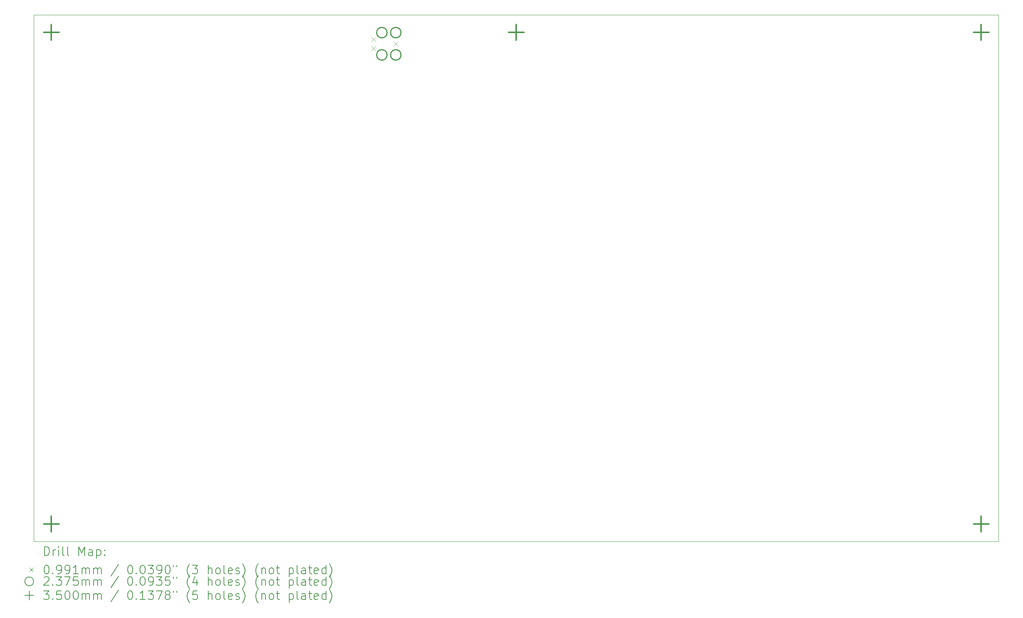
<source format=gbr>
%TF.GenerationSoftware,KiCad,Pcbnew,7.0.1*%
%TF.CreationDate,2023-08-12T11:58:12+02:00*%
%TF.ProjectId,HotPlate,486f7450-6c61-4746-952e-6b696361645f,rev?*%
%TF.SameCoordinates,PX2160ec0PY93d1cc0*%
%TF.FileFunction,Drillmap*%
%TF.FilePolarity,Positive*%
%FSLAX45Y45*%
G04 Gerber Fmt 4.5, Leading zero omitted, Abs format (unit mm)*
G04 Created by KiCad (PCBNEW 7.0.1) date 2023-08-12 11:58:12*
%MOMM*%
%LPD*%
G01*
G04 APERTURE LIST*
%ADD10C,0.100000*%
%ADD11C,0.200000*%
%ADD12C,0.099060*%
%ADD13C,0.237490*%
%ADD14C,0.350000*%
G04 APERTURE END LIST*
D10*
X0Y12000000D02*
X22000000Y12000000D01*
X22000000Y0D01*
X0Y0D01*
X0Y12000000D01*
D11*
D12*
X7696470Y11491130D02*
X7795530Y11392070D01*
X7795530Y11491130D02*
X7696470Y11392070D01*
X7696470Y11287930D02*
X7795530Y11188870D01*
X7795530Y11287930D02*
X7696470Y11188870D01*
X8204470Y11389530D02*
X8303530Y11290470D01*
X8303530Y11389530D02*
X8204470Y11290470D01*
D13*
X8055245Y11594000D02*
G75*
G03*
X8055245Y11594000I-118745J0D01*
G01*
X8055245Y11086000D02*
G75*
G03*
X8055245Y11086000I-118745J0D01*
G01*
X8372745Y11594000D02*
G75*
G03*
X8372745Y11594000I-118745J0D01*
G01*
X8372745Y11086000D02*
G75*
G03*
X8372745Y11086000I-118745J0D01*
G01*
D14*
X400000Y11775000D02*
X400000Y11425000D01*
X225000Y11600000D02*
X575000Y11600000D01*
X400000Y575000D02*
X400000Y225000D01*
X225000Y400000D02*
X575000Y400000D01*
X11000000Y11775000D02*
X11000000Y11425000D01*
X10825000Y11600000D02*
X11175000Y11600000D01*
X21600000Y11775000D02*
X21600000Y11425000D01*
X21425000Y11600000D02*
X21775000Y11600000D01*
X21600000Y575000D02*
X21600000Y225000D01*
X21425000Y400000D02*
X21775000Y400000D01*
D11*
X242619Y-317524D02*
X242619Y-117524D01*
X242619Y-117524D02*
X290238Y-117524D01*
X290238Y-117524D02*
X318810Y-127048D01*
X318810Y-127048D02*
X337857Y-146095D01*
X337857Y-146095D02*
X347381Y-165143D01*
X347381Y-165143D02*
X356905Y-203238D01*
X356905Y-203238D02*
X356905Y-231809D01*
X356905Y-231809D02*
X347381Y-269905D01*
X347381Y-269905D02*
X337857Y-288952D01*
X337857Y-288952D02*
X318810Y-308000D01*
X318810Y-308000D02*
X290238Y-317524D01*
X290238Y-317524D02*
X242619Y-317524D01*
X442619Y-317524D02*
X442619Y-184190D01*
X442619Y-222286D02*
X452143Y-203238D01*
X452143Y-203238D02*
X461667Y-193714D01*
X461667Y-193714D02*
X480714Y-184190D01*
X480714Y-184190D02*
X499762Y-184190D01*
X566429Y-317524D02*
X566429Y-184190D01*
X566429Y-117524D02*
X556905Y-127048D01*
X556905Y-127048D02*
X566429Y-136571D01*
X566429Y-136571D02*
X575952Y-127048D01*
X575952Y-127048D02*
X566429Y-117524D01*
X566429Y-117524D02*
X566429Y-136571D01*
X690238Y-317524D02*
X671190Y-308000D01*
X671190Y-308000D02*
X661667Y-288952D01*
X661667Y-288952D02*
X661667Y-117524D01*
X795000Y-317524D02*
X775952Y-308000D01*
X775952Y-308000D02*
X766428Y-288952D01*
X766428Y-288952D02*
X766428Y-117524D01*
X1023571Y-317524D02*
X1023571Y-117524D01*
X1023571Y-117524D02*
X1090238Y-260381D01*
X1090238Y-260381D02*
X1156905Y-117524D01*
X1156905Y-117524D02*
X1156905Y-317524D01*
X1337857Y-317524D02*
X1337857Y-212762D01*
X1337857Y-212762D02*
X1328333Y-193714D01*
X1328333Y-193714D02*
X1309286Y-184190D01*
X1309286Y-184190D02*
X1271190Y-184190D01*
X1271190Y-184190D02*
X1252143Y-193714D01*
X1337857Y-308000D02*
X1318810Y-317524D01*
X1318810Y-317524D02*
X1271190Y-317524D01*
X1271190Y-317524D02*
X1252143Y-308000D01*
X1252143Y-308000D02*
X1242619Y-288952D01*
X1242619Y-288952D02*
X1242619Y-269905D01*
X1242619Y-269905D02*
X1252143Y-250857D01*
X1252143Y-250857D02*
X1271190Y-241333D01*
X1271190Y-241333D02*
X1318810Y-241333D01*
X1318810Y-241333D02*
X1337857Y-231809D01*
X1433095Y-184190D02*
X1433095Y-384190D01*
X1433095Y-193714D02*
X1452143Y-184190D01*
X1452143Y-184190D02*
X1490238Y-184190D01*
X1490238Y-184190D02*
X1509286Y-193714D01*
X1509286Y-193714D02*
X1518809Y-203238D01*
X1518809Y-203238D02*
X1528333Y-222286D01*
X1528333Y-222286D02*
X1528333Y-279429D01*
X1528333Y-279429D02*
X1518809Y-298476D01*
X1518809Y-298476D02*
X1509286Y-308000D01*
X1509286Y-308000D02*
X1490238Y-317524D01*
X1490238Y-317524D02*
X1452143Y-317524D01*
X1452143Y-317524D02*
X1433095Y-308000D01*
X1614048Y-298476D02*
X1623571Y-308000D01*
X1623571Y-308000D02*
X1614048Y-317524D01*
X1614048Y-317524D02*
X1604524Y-308000D01*
X1604524Y-308000D02*
X1614048Y-298476D01*
X1614048Y-298476D02*
X1614048Y-317524D01*
X1614048Y-193714D02*
X1623571Y-203238D01*
X1623571Y-203238D02*
X1614048Y-212762D01*
X1614048Y-212762D02*
X1604524Y-203238D01*
X1604524Y-203238D02*
X1614048Y-193714D01*
X1614048Y-193714D02*
X1614048Y-212762D01*
D12*
X-104060Y-595470D02*
X-5000Y-694530D01*
X-5000Y-595470D02*
X-104060Y-694530D01*
D11*
X280714Y-537524D02*
X299762Y-537524D01*
X299762Y-537524D02*
X318810Y-547048D01*
X318810Y-547048D02*
X328333Y-556571D01*
X328333Y-556571D02*
X337857Y-575619D01*
X337857Y-575619D02*
X347381Y-613714D01*
X347381Y-613714D02*
X347381Y-661333D01*
X347381Y-661333D02*
X337857Y-699428D01*
X337857Y-699428D02*
X328333Y-718476D01*
X328333Y-718476D02*
X318810Y-728000D01*
X318810Y-728000D02*
X299762Y-737524D01*
X299762Y-737524D02*
X280714Y-737524D01*
X280714Y-737524D02*
X261667Y-728000D01*
X261667Y-728000D02*
X252143Y-718476D01*
X252143Y-718476D02*
X242619Y-699428D01*
X242619Y-699428D02*
X233095Y-661333D01*
X233095Y-661333D02*
X233095Y-613714D01*
X233095Y-613714D02*
X242619Y-575619D01*
X242619Y-575619D02*
X252143Y-556571D01*
X252143Y-556571D02*
X261667Y-547048D01*
X261667Y-547048D02*
X280714Y-537524D01*
X433095Y-718476D02*
X442619Y-728000D01*
X442619Y-728000D02*
X433095Y-737524D01*
X433095Y-737524D02*
X423571Y-728000D01*
X423571Y-728000D02*
X433095Y-718476D01*
X433095Y-718476D02*
X433095Y-737524D01*
X537857Y-737524D02*
X575952Y-737524D01*
X575952Y-737524D02*
X595000Y-728000D01*
X595000Y-728000D02*
X604524Y-718476D01*
X604524Y-718476D02*
X623571Y-689905D01*
X623571Y-689905D02*
X633095Y-651810D01*
X633095Y-651810D02*
X633095Y-575619D01*
X633095Y-575619D02*
X623571Y-556571D01*
X623571Y-556571D02*
X614048Y-547048D01*
X614048Y-547048D02*
X595000Y-537524D01*
X595000Y-537524D02*
X556905Y-537524D01*
X556905Y-537524D02*
X537857Y-547048D01*
X537857Y-547048D02*
X528333Y-556571D01*
X528333Y-556571D02*
X518809Y-575619D01*
X518809Y-575619D02*
X518809Y-623238D01*
X518809Y-623238D02*
X528333Y-642286D01*
X528333Y-642286D02*
X537857Y-651810D01*
X537857Y-651810D02*
X556905Y-661333D01*
X556905Y-661333D02*
X595000Y-661333D01*
X595000Y-661333D02*
X614048Y-651810D01*
X614048Y-651810D02*
X623571Y-642286D01*
X623571Y-642286D02*
X633095Y-623238D01*
X728333Y-737524D02*
X766428Y-737524D01*
X766428Y-737524D02*
X785476Y-728000D01*
X785476Y-728000D02*
X795000Y-718476D01*
X795000Y-718476D02*
X814048Y-689905D01*
X814048Y-689905D02*
X823571Y-651810D01*
X823571Y-651810D02*
X823571Y-575619D01*
X823571Y-575619D02*
X814048Y-556571D01*
X814048Y-556571D02*
X804524Y-547048D01*
X804524Y-547048D02*
X785476Y-537524D01*
X785476Y-537524D02*
X747381Y-537524D01*
X747381Y-537524D02*
X728333Y-547048D01*
X728333Y-547048D02*
X718809Y-556571D01*
X718809Y-556571D02*
X709286Y-575619D01*
X709286Y-575619D02*
X709286Y-623238D01*
X709286Y-623238D02*
X718809Y-642286D01*
X718809Y-642286D02*
X728333Y-651810D01*
X728333Y-651810D02*
X747381Y-661333D01*
X747381Y-661333D02*
X785476Y-661333D01*
X785476Y-661333D02*
X804524Y-651810D01*
X804524Y-651810D02*
X814048Y-642286D01*
X814048Y-642286D02*
X823571Y-623238D01*
X1014048Y-737524D02*
X899762Y-737524D01*
X956905Y-737524D02*
X956905Y-537524D01*
X956905Y-537524D02*
X937857Y-566095D01*
X937857Y-566095D02*
X918809Y-585143D01*
X918809Y-585143D02*
X899762Y-594667D01*
X1099762Y-737524D02*
X1099762Y-604190D01*
X1099762Y-623238D02*
X1109286Y-613714D01*
X1109286Y-613714D02*
X1128333Y-604190D01*
X1128333Y-604190D02*
X1156905Y-604190D01*
X1156905Y-604190D02*
X1175952Y-613714D01*
X1175952Y-613714D02*
X1185476Y-632762D01*
X1185476Y-632762D02*
X1185476Y-737524D01*
X1185476Y-632762D02*
X1195000Y-613714D01*
X1195000Y-613714D02*
X1214048Y-604190D01*
X1214048Y-604190D02*
X1242619Y-604190D01*
X1242619Y-604190D02*
X1261667Y-613714D01*
X1261667Y-613714D02*
X1271191Y-632762D01*
X1271191Y-632762D02*
X1271191Y-737524D01*
X1366429Y-737524D02*
X1366429Y-604190D01*
X1366429Y-623238D02*
X1375952Y-613714D01*
X1375952Y-613714D02*
X1395000Y-604190D01*
X1395000Y-604190D02*
X1423571Y-604190D01*
X1423571Y-604190D02*
X1442619Y-613714D01*
X1442619Y-613714D02*
X1452143Y-632762D01*
X1452143Y-632762D02*
X1452143Y-737524D01*
X1452143Y-632762D02*
X1461667Y-613714D01*
X1461667Y-613714D02*
X1480714Y-604190D01*
X1480714Y-604190D02*
X1509286Y-604190D01*
X1509286Y-604190D02*
X1528333Y-613714D01*
X1528333Y-613714D02*
X1537857Y-632762D01*
X1537857Y-632762D02*
X1537857Y-737524D01*
X1928333Y-528000D02*
X1756905Y-785143D01*
X2185476Y-537524D02*
X2204524Y-537524D01*
X2204524Y-537524D02*
X2223572Y-547048D01*
X2223572Y-547048D02*
X2233095Y-556571D01*
X2233095Y-556571D02*
X2242619Y-575619D01*
X2242619Y-575619D02*
X2252143Y-613714D01*
X2252143Y-613714D02*
X2252143Y-661333D01*
X2252143Y-661333D02*
X2242619Y-699428D01*
X2242619Y-699428D02*
X2233095Y-718476D01*
X2233095Y-718476D02*
X2223572Y-728000D01*
X2223572Y-728000D02*
X2204524Y-737524D01*
X2204524Y-737524D02*
X2185476Y-737524D01*
X2185476Y-737524D02*
X2166429Y-728000D01*
X2166429Y-728000D02*
X2156905Y-718476D01*
X2156905Y-718476D02*
X2147381Y-699428D01*
X2147381Y-699428D02*
X2137857Y-661333D01*
X2137857Y-661333D02*
X2137857Y-613714D01*
X2137857Y-613714D02*
X2147381Y-575619D01*
X2147381Y-575619D02*
X2156905Y-556571D01*
X2156905Y-556571D02*
X2166429Y-547048D01*
X2166429Y-547048D02*
X2185476Y-537524D01*
X2337857Y-718476D02*
X2347381Y-728000D01*
X2347381Y-728000D02*
X2337857Y-737524D01*
X2337857Y-737524D02*
X2328334Y-728000D01*
X2328334Y-728000D02*
X2337857Y-718476D01*
X2337857Y-718476D02*
X2337857Y-737524D01*
X2471191Y-537524D02*
X2490238Y-537524D01*
X2490238Y-537524D02*
X2509286Y-547048D01*
X2509286Y-547048D02*
X2518810Y-556571D01*
X2518810Y-556571D02*
X2528334Y-575619D01*
X2528334Y-575619D02*
X2537857Y-613714D01*
X2537857Y-613714D02*
X2537857Y-661333D01*
X2537857Y-661333D02*
X2528334Y-699428D01*
X2528334Y-699428D02*
X2518810Y-718476D01*
X2518810Y-718476D02*
X2509286Y-728000D01*
X2509286Y-728000D02*
X2490238Y-737524D01*
X2490238Y-737524D02*
X2471191Y-737524D01*
X2471191Y-737524D02*
X2452143Y-728000D01*
X2452143Y-728000D02*
X2442619Y-718476D01*
X2442619Y-718476D02*
X2433095Y-699428D01*
X2433095Y-699428D02*
X2423572Y-661333D01*
X2423572Y-661333D02*
X2423572Y-613714D01*
X2423572Y-613714D02*
X2433095Y-575619D01*
X2433095Y-575619D02*
X2442619Y-556571D01*
X2442619Y-556571D02*
X2452143Y-547048D01*
X2452143Y-547048D02*
X2471191Y-537524D01*
X2604524Y-537524D02*
X2728334Y-537524D01*
X2728334Y-537524D02*
X2661667Y-613714D01*
X2661667Y-613714D02*
X2690238Y-613714D01*
X2690238Y-613714D02*
X2709286Y-623238D01*
X2709286Y-623238D02*
X2718810Y-632762D01*
X2718810Y-632762D02*
X2728334Y-651810D01*
X2728334Y-651810D02*
X2728334Y-699428D01*
X2728334Y-699428D02*
X2718810Y-718476D01*
X2718810Y-718476D02*
X2709286Y-728000D01*
X2709286Y-728000D02*
X2690238Y-737524D01*
X2690238Y-737524D02*
X2633095Y-737524D01*
X2633095Y-737524D02*
X2614048Y-728000D01*
X2614048Y-728000D02*
X2604524Y-718476D01*
X2823572Y-737524D02*
X2861667Y-737524D01*
X2861667Y-737524D02*
X2880714Y-728000D01*
X2880714Y-728000D02*
X2890238Y-718476D01*
X2890238Y-718476D02*
X2909286Y-689905D01*
X2909286Y-689905D02*
X2918810Y-651810D01*
X2918810Y-651810D02*
X2918810Y-575619D01*
X2918810Y-575619D02*
X2909286Y-556571D01*
X2909286Y-556571D02*
X2899762Y-547048D01*
X2899762Y-547048D02*
X2880714Y-537524D01*
X2880714Y-537524D02*
X2842619Y-537524D01*
X2842619Y-537524D02*
X2823572Y-547048D01*
X2823572Y-547048D02*
X2814048Y-556571D01*
X2814048Y-556571D02*
X2804524Y-575619D01*
X2804524Y-575619D02*
X2804524Y-623238D01*
X2804524Y-623238D02*
X2814048Y-642286D01*
X2814048Y-642286D02*
X2823572Y-651810D01*
X2823572Y-651810D02*
X2842619Y-661333D01*
X2842619Y-661333D02*
X2880714Y-661333D01*
X2880714Y-661333D02*
X2899762Y-651810D01*
X2899762Y-651810D02*
X2909286Y-642286D01*
X2909286Y-642286D02*
X2918810Y-623238D01*
X3042619Y-537524D02*
X3061667Y-537524D01*
X3061667Y-537524D02*
X3080714Y-547048D01*
X3080714Y-547048D02*
X3090238Y-556571D01*
X3090238Y-556571D02*
X3099762Y-575619D01*
X3099762Y-575619D02*
X3109286Y-613714D01*
X3109286Y-613714D02*
X3109286Y-661333D01*
X3109286Y-661333D02*
X3099762Y-699428D01*
X3099762Y-699428D02*
X3090238Y-718476D01*
X3090238Y-718476D02*
X3080714Y-728000D01*
X3080714Y-728000D02*
X3061667Y-737524D01*
X3061667Y-737524D02*
X3042619Y-737524D01*
X3042619Y-737524D02*
X3023572Y-728000D01*
X3023572Y-728000D02*
X3014048Y-718476D01*
X3014048Y-718476D02*
X3004524Y-699428D01*
X3004524Y-699428D02*
X2995000Y-661333D01*
X2995000Y-661333D02*
X2995000Y-613714D01*
X2995000Y-613714D02*
X3004524Y-575619D01*
X3004524Y-575619D02*
X3014048Y-556571D01*
X3014048Y-556571D02*
X3023572Y-547048D01*
X3023572Y-547048D02*
X3042619Y-537524D01*
X3185476Y-537524D02*
X3185476Y-575619D01*
X3261667Y-537524D02*
X3261667Y-575619D01*
X3556905Y-813714D02*
X3547381Y-804190D01*
X3547381Y-804190D02*
X3528334Y-775619D01*
X3528334Y-775619D02*
X3518810Y-756571D01*
X3518810Y-756571D02*
X3509286Y-728000D01*
X3509286Y-728000D02*
X3499762Y-680381D01*
X3499762Y-680381D02*
X3499762Y-642286D01*
X3499762Y-642286D02*
X3509286Y-594667D01*
X3509286Y-594667D02*
X3518810Y-566095D01*
X3518810Y-566095D02*
X3528334Y-547048D01*
X3528334Y-547048D02*
X3547381Y-518476D01*
X3547381Y-518476D02*
X3556905Y-508952D01*
X3614048Y-537524D02*
X3737857Y-537524D01*
X3737857Y-537524D02*
X3671191Y-613714D01*
X3671191Y-613714D02*
X3699762Y-613714D01*
X3699762Y-613714D02*
X3718810Y-623238D01*
X3718810Y-623238D02*
X3728334Y-632762D01*
X3728334Y-632762D02*
X3737857Y-651810D01*
X3737857Y-651810D02*
X3737857Y-699428D01*
X3737857Y-699428D02*
X3728334Y-718476D01*
X3728334Y-718476D02*
X3718810Y-728000D01*
X3718810Y-728000D02*
X3699762Y-737524D01*
X3699762Y-737524D02*
X3642619Y-737524D01*
X3642619Y-737524D02*
X3623572Y-728000D01*
X3623572Y-728000D02*
X3614048Y-718476D01*
X3975953Y-737524D02*
X3975953Y-537524D01*
X4061667Y-737524D02*
X4061667Y-632762D01*
X4061667Y-632762D02*
X4052143Y-613714D01*
X4052143Y-613714D02*
X4033096Y-604190D01*
X4033096Y-604190D02*
X4004524Y-604190D01*
X4004524Y-604190D02*
X3985476Y-613714D01*
X3985476Y-613714D02*
X3975953Y-623238D01*
X4185476Y-737524D02*
X4166429Y-728000D01*
X4166429Y-728000D02*
X4156905Y-718476D01*
X4156905Y-718476D02*
X4147381Y-699428D01*
X4147381Y-699428D02*
X4147381Y-642286D01*
X4147381Y-642286D02*
X4156905Y-623238D01*
X4156905Y-623238D02*
X4166429Y-613714D01*
X4166429Y-613714D02*
X4185476Y-604190D01*
X4185476Y-604190D02*
X4214048Y-604190D01*
X4214048Y-604190D02*
X4233096Y-613714D01*
X4233096Y-613714D02*
X4242619Y-623238D01*
X4242619Y-623238D02*
X4252143Y-642286D01*
X4252143Y-642286D02*
X4252143Y-699428D01*
X4252143Y-699428D02*
X4242619Y-718476D01*
X4242619Y-718476D02*
X4233096Y-728000D01*
X4233096Y-728000D02*
X4214048Y-737524D01*
X4214048Y-737524D02*
X4185476Y-737524D01*
X4366429Y-737524D02*
X4347381Y-728000D01*
X4347381Y-728000D02*
X4337858Y-708952D01*
X4337858Y-708952D02*
X4337858Y-537524D01*
X4518810Y-728000D02*
X4499762Y-737524D01*
X4499762Y-737524D02*
X4461667Y-737524D01*
X4461667Y-737524D02*
X4442619Y-728000D01*
X4442619Y-728000D02*
X4433096Y-708952D01*
X4433096Y-708952D02*
X4433096Y-632762D01*
X4433096Y-632762D02*
X4442619Y-613714D01*
X4442619Y-613714D02*
X4461667Y-604190D01*
X4461667Y-604190D02*
X4499762Y-604190D01*
X4499762Y-604190D02*
X4518810Y-613714D01*
X4518810Y-613714D02*
X4528334Y-632762D01*
X4528334Y-632762D02*
X4528334Y-651810D01*
X4528334Y-651810D02*
X4433096Y-670857D01*
X4604524Y-728000D02*
X4623572Y-737524D01*
X4623572Y-737524D02*
X4661667Y-737524D01*
X4661667Y-737524D02*
X4680715Y-728000D01*
X4680715Y-728000D02*
X4690239Y-708952D01*
X4690239Y-708952D02*
X4690239Y-699428D01*
X4690239Y-699428D02*
X4680715Y-680381D01*
X4680715Y-680381D02*
X4661667Y-670857D01*
X4661667Y-670857D02*
X4633096Y-670857D01*
X4633096Y-670857D02*
X4614048Y-661333D01*
X4614048Y-661333D02*
X4604524Y-642286D01*
X4604524Y-642286D02*
X4604524Y-632762D01*
X4604524Y-632762D02*
X4614048Y-613714D01*
X4614048Y-613714D02*
X4633096Y-604190D01*
X4633096Y-604190D02*
X4661667Y-604190D01*
X4661667Y-604190D02*
X4680715Y-613714D01*
X4756905Y-813714D02*
X4766429Y-804190D01*
X4766429Y-804190D02*
X4785477Y-775619D01*
X4785477Y-775619D02*
X4795000Y-756571D01*
X4795000Y-756571D02*
X4804524Y-728000D01*
X4804524Y-728000D02*
X4814048Y-680381D01*
X4814048Y-680381D02*
X4814048Y-642286D01*
X4814048Y-642286D02*
X4804524Y-594667D01*
X4804524Y-594667D02*
X4795000Y-566095D01*
X4795000Y-566095D02*
X4785477Y-547048D01*
X4785477Y-547048D02*
X4766429Y-518476D01*
X4766429Y-518476D02*
X4756905Y-508952D01*
X5118810Y-813714D02*
X5109286Y-804190D01*
X5109286Y-804190D02*
X5090239Y-775619D01*
X5090239Y-775619D02*
X5080715Y-756571D01*
X5080715Y-756571D02*
X5071191Y-728000D01*
X5071191Y-728000D02*
X5061667Y-680381D01*
X5061667Y-680381D02*
X5061667Y-642286D01*
X5061667Y-642286D02*
X5071191Y-594667D01*
X5071191Y-594667D02*
X5080715Y-566095D01*
X5080715Y-566095D02*
X5090239Y-547048D01*
X5090239Y-547048D02*
X5109286Y-518476D01*
X5109286Y-518476D02*
X5118810Y-508952D01*
X5195000Y-604190D02*
X5195000Y-737524D01*
X5195000Y-623238D02*
X5204524Y-613714D01*
X5204524Y-613714D02*
X5223572Y-604190D01*
X5223572Y-604190D02*
X5252143Y-604190D01*
X5252143Y-604190D02*
X5271191Y-613714D01*
X5271191Y-613714D02*
X5280715Y-632762D01*
X5280715Y-632762D02*
X5280715Y-737524D01*
X5404524Y-737524D02*
X5385477Y-728000D01*
X5385477Y-728000D02*
X5375953Y-718476D01*
X5375953Y-718476D02*
X5366429Y-699428D01*
X5366429Y-699428D02*
X5366429Y-642286D01*
X5366429Y-642286D02*
X5375953Y-623238D01*
X5375953Y-623238D02*
X5385477Y-613714D01*
X5385477Y-613714D02*
X5404524Y-604190D01*
X5404524Y-604190D02*
X5433096Y-604190D01*
X5433096Y-604190D02*
X5452143Y-613714D01*
X5452143Y-613714D02*
X5461667Y-623238D01*
X5461667Y-623238D02*
X5471191Y-642286D01*
X5471191Y-642286D02*
X5471191Y-699428D01*
X5471191Y-699428D02*
X5461667Y-718476D01*
X5461667Y-718476D02*
X5452143Y-728000D01*
X5452143Y-728000D02*
X5433096Y-737524D01*
X5433096Y-737524D02*
X5404524Y-737524D01*
X5528334Y-604190D02*
X5604524Y-604190D01*
X5556905Y-537524D02*
X5556905Y-708952D01*
X5556905Y-708952D02*
X5566429Y-728000D01*
X5566429Y-728000D02*
X5585477Y-737524D01*
X5585477Y-737524D02*
X5604524Y-737524D01*
X5823572Y-604190D02*
X5823572Y-804190D01*
X5823572Y-613714D02*
X5842619Y-604190D01*
X5842619Y-604190D02*
X5880715Y-604190D01*
X5880715Y-604190D02*
X5899762Y-613714D01*
X5899762Y-613714D02*
X5909286Y-623238D01*
X5909286Y-623238D02*
X5918810Y-642286D01*
X5918810Y-642286D02*
X5918810Y-699428D01*
X5918810Y-699428D02*
X5909286Y-718476D01*
X5909286Y-718476D02*
X5899762Y-728000D01*
X5899762Y-728000D02*
X5880715Y-737524D01*
X5880715Y-737524D02*
X5842619Y-737524D01*
X5842619Y-737524D02*
X5823572Y-728000D01*
X6033096Y-737524D02*
X6014048Y-728000D01*
X6014048Y-728000D02*
X6004524Y-708952D01*
X6004524Y-708952D02*
X6004524Y-537524D01*
X6195000Y-737524D02*
X6195000Y-632762D01*
X6195000Y-632762D02*
X6185477Y-613714D01*
X6185477Y-613714D02*
X6166429Y-604190D01*
X6166429Y-604190D02*
X6128334Y-604190D01*
X6128334Y-604190D02*
X6109286Y-613714D01*
X6195000Y-728000D02*
X6175953Y-737524D01*
X6175953Y-737524D02*
X6128334Y-737524D01*
X6128334Y-737524D02*
X6109286Y-728000D01*
X6109286Y-728000D02*
X6099762Y-708952D01*
X6099762Y-708952D02*
X6099762Y-689905D01*
X6099762Y-689905D02*
X6109286Y-670857D01*
X6109286Y-670857D02*
X6128334Y-661333D01*
X6128334Y-661333D02*
X6175953Y-661333D01*
X6175953Y-661333D02*
X6195000Y-651810D01*
X6261667Y-604190D02*
X6337858Y-604190D01*
X6290239Y-537524D02*
X6290239Y-708952D01*
X6290239Y-708952D02*
X6299762Y-728000D01*
X6299762Y-728000D02*
X6318810Y-737524D01*
X6318810Y-737524D02*
X6337858Y-737524D01*
X6480715Y-728000D02*
X6461667Y-737524D01*
X6461667Y-737524D02*
X6423572Y-737524D01*
X6423572Y-737524D02*
X6404524Y-728000D01*
X6404524Y-728000D02*
X6395000Y-708952D01*
X6395000Y-708952D02*
X6395000Y-632762D01*
X6395000Y-632762D02*
X6404524Y-613714D01*
X6404524Y-613714D02*
X6423572Y-604190D01*
X6423572Y-604190D02*
X6461667Y-604190D01*
X6461667Y-604190D02*
X6480715Y-613714D01*
X6480715Y-613714D02*
X6490239Y-632762D01*
X6490239Y-632762D02*
X6490239Y-651810D01*
X6490239Y-651810D02*
X6395000Y-670857D01*
X6661667Y-737524D02*
X6661667Y-537524D01*
X6661667Y-728000D02*
X6642620Y-737524D01*
X6642620Y-737524D02*
X6604524Y-737524D01*
X6604524Y-737524D02*
X6585477Y-728000D01*
X6585477Y-728000D02*
X6575953Y-718476D01*
X6575953Y-718476D02*
X6566429Y-699428D01*
X6566429Y-699428D02*
X6566429Y-642286D01*
X6566429Y-642286D02*
X6575953Y-623238D01*
X6575953Y-623238D02*
X6585477Y-613714D01*
X6585477Y-613714D02*
X6604524Y-604190D01*
X6604524Y-604190D02*
X6642620Y-604190D01*
X6642620Y-604190D02*
X6661667Y-613714D01*
X6737858Y-813714D02*
X6747381Y-804190D01*
X6747381Y-804190D02*
X6766429Y-775619D01*
X6766429Y-775619D02*
X6775953Y-756571D01*
X6775953Y-756571D02*
X6785477Y-728000D01*
X6785477Y-728000D02*
X6795000Y-680381D01*
X6795000Y-680381D02*
X6795000Y-642286D01*
X6795000Y-642286D02*
X6785477Y-594667D01*
X6785477Y-594667D02*
X6775953Y-566095D01*
X6775953Y-566095D02*
X6766429Y-547048D01*
X6766429Y-547048D02*
X6747381Y-518476D01*
X6747381Y-518476D02*
X6737858Y-508952D01*
X-5000Y-909000D02*
G75*
G03*
X-5000Y-909000I-100000J0D01*
G01*
X233095Y-820571D02*
X242619Y-811048D01*
X242619Y-811048D02*
X261667Y-801524D01*
X261667Y-801524D02*
X309286Y-801524D01*
X309286Y-801524D02*
X328333Y-811048D01*
X328333Y-811048D02*
X337857Y-820571D01*
X337857Y-820571D02*
X347381Y-839619D01*
X347381Y-839619D02*
X347381Y-858667D01*
X347381Y-858667D02*
X337857Y-887238D01*
X337857Y-887238D02*
X223571Y-1001524D01*
X223571Y-1001524D02*
X347381Y-1001524D01*
X433095Y-982476D02*
X442619Y-992000D01*
X442619Y-992000D02*
X433095Y-1001524D01*
X433095Y-1001524D02*
X423571Y-992000D01*
X423571Y-992000D02*
X433095Y-982476D01*
X433095Y-982476D02*
X433095Y-1001524D01*
X509286Y-801524D02*
X633095Y-801524D01*
X633095Y-801524D02*
X566429Y-877714D01*
X566429Y-877714D02*
X595000Y-877714D01*
X595000Y-877714D02*
X614048Y-887238D01*
X614048Y-887238D02*
X623571Y-896762D01*
X623571Y-896762D02*
X633095Y-915809D01*
X633095Y-915809D02*
X633095Y-963428D01*
X633095Y-963428D02*
X623571Y-982476D01*
X623571Y-982476D02*
X614048Y-992000D01*
X614048Y-992000D02*
X595000Y-1001524D01*
X595000Y-1001524D02*
X537857Y-1001524D01*
X537857Y-1001524D02*
X518809Y-992000D01*
X518809Y-992000D02*
X509286Y-982476D01*
X699762Y-801524D02*
X833095Y-801524D01*
X833095Y-801524D02*
X747381Y-1001524D01*
X1004524Y-801524D02*
X909286Y-801524D01*
X909286Y-801524D02*
X899762Y-896762D01*
X899762Y-896762D02*
X909286Y-887238D01*
X909286Y-887238D02*
X928333Y-877714D01*
X928333Y-877714D02*
X975952Y-877714D01*
X975952Y-877714D02*
X995000Y-887238D01*
X995000Y-887238D02*
X1004524Y-896762D01*
X1004524Y-896762D02*
X1014048Y-915809D01*
X1014048Y-915809D02*
X1014048Y-963428D01*
X1014048Y-963428D02*
X1004524Y-982476D01*
X1004524Y-982476D02*
X995000Y-992000D01*
X995000Y-992000D02*
X975952Y-1001524D01*
X975952Y-1001524D02*
X928333Y-1001524D01*
X928333Y-1001524D02*
X909286Y-992000D01*
X909286Y-992000D02*
X899762Y-982476D01*
X1099762Y-1001524D02*
X1099762Y-868190D01*
X1099762Y-887238D02*
X1109286Y-877714D01*
X1109286Y-877714D02*
X1128333Y-868190D01*
X1128333Y-868190D02*
X1156905Y-868190D01*
X1156905Y-868190D02*
X1175952Y-877714D01*
X1175952Y-877714D02*
X1185476Y-896762D01*
X1185476Y-896762D02*
X1185476Y-1001524D01*
X1185476Y-896762D02*
X1195000Y-877714D01*
X1195000Y-877714D02*
X1214048Y-868190D01*
X1214048Y-868190D02*
X1242619Y-868190D01*
X1242619Y-868190D02*
X1261667Y-877714D01*
X1261667Y-877714D02*
X1271191Y-896762D01*
X1271191Y-896762D02*
X1271191Y-1001524D01*
X1366429Y-1001524D02*
X1366429Y-868190D01*
X1366429Y-887238D02*
X1375952Y-877714D01*
X1375952Y-877714D02*
X1395000Y-868190D01*
X1395000Y-868190D02*
X1423571Y-868190D01*
X1423571Y-868190D02*
X1442619Y-877714D01*
X1442619Y-877714D02*
X1452143Y-896762D01*
X1452143Y-896762D02*
X1452143Y-1001524D01*
X1452143Y-896762D02*
X1461667Y-877714D01*
X1461667Y-877714D02*
X1480714Y-868190D01*
X1480714Y-868190D02*
X1509286Y-868190D01*
X1509286Y-868190D02*
X1528333Y-877714D01*
X1528333Y-877714D02*
X1537857Y-896762D01*
X1537857Y-896762D02*
X1537857Y-1001524D01*
X1928333Y-792000D02*
X1756905Y-1049143D01*
X2185476Y-801524D02*
X2204524Y-801524D01*
X2204524Y-801524D02*
X2223572Y-811048D01*
X2223572Y-811048D02*
X2233095Y-820571D01*
X2233095Y-820571D02*
X2242619Y-839619D01*
X2242619Y-839619D02*
X2252143Y-877714D01*
X2252143Y-877714D02*
X2252143Y-925333D01*
X2252143Y-925333D02*
X2242619Y-963428D01*
X2242619Y-963428D02*
X2233095Y-982476D01*
X2233095Y-982476D02*
X2223572Y-992000D01*
X2223572Y-992000D02*
X2204524Y-1001524D01*
X2204524Y-1001524D02*
X2185476Y-1001524D01*
X2185476Y-1001524D02*
X2166429Y-992000D01*
X2166429Y-992000D02*
X2156905Y-982476D01*
X2156905Y-982476D02*
X2147381Y-963428D01*
X2147381Y-963428D02*
X2137857Y-925333D01*
X2137857Y-925333D02*
X2137857Y-877714D01*
X2137857Y-877714D02*
X2147381Y-839619D01*
X2147381Y-839619D02*
X2156905Y-820571D01*
X2156905Y-820571D02*
X2166429Y-811048D01*
X2166429Y-811048D02*
X2185476Y-801524D01*
X2337857Y-982476D02*
X2347381Y-992000D01*
X2347381Y-992000D02*
X2337857Y-1001524D01*
X2337857Y-1001524D02*
X2328334Y-992000D01*
X2328334Y-992000D02*
X2337857Y-982476D01*
X2337857Y-982476D02*
X2337857Y-1001524D01*
X2471191Y-801524D02*
X2490238Y-801524D01*
X2490238Y-801524D02*
X2509286Y-811048D01*
X2509286Y-811048D02*
X2518810Y-820571D01*
X2518810Y-820571D02*
X2528334Y-839619D01*
X2528334Y-839619D02*
X2537857Y-877714D01*
X2537857Y-877714D02*
X2537857Y-925333D01*
X2537857Y-925333D02*
X2528334Y-963428D01*
X2528334Y-963428D02*
X2518810Y-982476D01*
X2518810Y-982476D02*
X2509286Y-992000D01*
X2509286Y-992000D02*
X2490238Y-1001524D01*
X2490238Y-1001524D02*
X2471191Y-1001524D01*
X2471191Y-1001524D02*
X2452143Y-992000D01*
X2452143Y-992000D02*
X2442619Y-982476D01*
X2442619Y-982476D02*
X2433095Y-963428D01*
X2433095Y-963428D02*
X2423572Y-925333D01*
X2423572Y-925333D02*
X2423572Y-877714D01*
X2423572Y-877714D02*
X2433095Y-839619D01*
X2433095Y-839619D02*
X2442619Y-820571D01*
X2442619Y-820571D02*
X2452143Y-811048D01*
X2452143Y-811048D02*
X2471191Y-801524D01*
X2633095Y-1001524D02*
X2671191Y-1001524D01*
X2671191Y-1001524D02*
X2690238Y-992000D01*
X2690238Y-992000D02*
X2699762Y-982476D01*
X2699762Y-982476D02*
X2718810Y-953905D01*
X2718810Y-953905D02*
X2728334Y-915809D01*
X2728334Y-915809D02*
X2728334Y-839619D01*
X2728334Y-839619D02*
X2718810Y-820571D01*
X2718810Y-820571D02*
X2709286Y-811048D01*
X2709286Y-811048D02*
X2690238Y-801524D01*
X2690238Y-801524D02*
X2652143Y-801524D01*
X2652143Y-801524D02*
X2633095Y-811048D01*
X2633095Y-811048D02*
X2623572Y-820571D01*
X2623572Y-820571D02*
X2614048Y-839619D01*
X2614048Y-839619D02*
X2614048Y-887238D01*
X2614048Y-887238D02*
X2623572Y-906286D01*
X2623572Y-906286D02*
X2633095Y-915809D01*
X2633095Y-915809D02*
X2652143Y-925333D01*
X2652143Y-925333D02*
X2690238Y-925333D01*
X2690238Y-925333D02*
X2709286Y-915809D01*
X2709286Y-915809D02*
X2718810Y-906286D01*
X2718810Y-906286D02*
X2728334Y-887238D01*
X2795000Y-801524D02*
X2918810Y-801524D01*
X2918810Y-801524D02*
X2852143Y-877714D01*
X2852143Y-877714D02*
X2880714Y-877714D01*
X2880714Y-877714D02*
X2899762Y-887238D01*
X2899762Y-887238D02*
X2909286Y-896762D01*
X2909286Y-896762D02*
X2918810Y-915809D01*
X2918810Y-915809D02*
X2918810Y-963428D01*
X2918810Y-963428D02*
X2909286Y-982476D01*
X2909286Y-982476D02*
X2899762Y-992000D01*
X2899762Y-992000D02*
X2880714Y-1001524D01*
X2880714Y-1001524D02*
X2823572Y-1001524D01*
X2823572Y-1001524D02*
X2804524Y-992000D01*
X2804524Y-992000D02*
X2795000Y-982476D01*
X3099762Y-801524D02*
X3004524Y-801524D01*
X3004524Y-801524D02*
X2995000Y-896762D01*
X2995000Y-896762D02*
X3004524Y-887238D01*
X3004524Y-887238D02*
X3023572Y-877714D01*
X3023572Y-877714D02*
X3071191Y-877714D01*
X3071191Y-877714D02*
X3090238Y-887238D01*
X3090238Y-887238D02*
X3099762Y-896762D01*
X3099762Y-896762D02*
X3109286Y-915809D01*
X3109286Y-915809D02*
X3109286Y-963428D01*
X3109286Y-963428D02*
X3099762Y-982476D01*
X3099762Y-982476D02*
X3090238Y-992000D01*
X3090238Y-992000D02*
X3071191Y-1001524D01*
X3071191Y-1001524D02*
X3023572Y-1001524D01*
X3023572Y-1001524D02*
X3004524Y-992000D01*
X3004524Y-992000D02*
X2995000Y-982476D01*
X3185476Y-801524D02*
X3185476Y-839619D01*
X3261667Y-801524D02*
X3261667Y-839619D01*
X3556905Y-1077714D02*
X3547381Y-1068190D01*
X3547381Y-1068190D02*
X3528334Y-1039619D01*
X3528334Y-1039619D02*
X3518810Y-1020571D01*
X3518810Y-1020571D02*
X3509286Y-992000D01*
X3509286Y-992000D02*
X3499762Y-944381D01*
X3499762Y-944381D02*
X3499762Y-906286D01*
X3499762Y-906286D02*
X3509286Y-858667D01*
X3509286Y-858667D02*
X3518810Y-830095D01*
X3518810Y-830095D02*
X3528334Y-811048D01*
X3528334Y-811048D02*
X3547381Y-782476D01*
X3547381Y-782476D02*
X3556905Y-772952D01*
X3718810Y-868190D02*
X3718810Y-1001524D01*
X3671191Y-792000D02*
X3623572Y-934857D01*
X3623572Y-934857D02*
X3747381Y-934857D01*
X3975953Y-1001524D02*
X3975953Y-801524D01*
X4061667Y-1001524D02*
X4061667Y-896762D01*
X4061667Y-896762D02*
X4052143Y-877714D01*
X4052143Y-877714D02*
X4033096Y-868190D01*
X4033096Y-868190D02*
X4004524Y-868190D01*
X4004524Y-868190D02*
X3985476Y-877714D01*
X3985476Y-877714D02*
X3975953Y-887238D01*
X4185476Y-1001524D02*
X4166429Y-992000D01*
X4166429Y-992000D02*
X4156905Y-982476D01*
X4156905Y-982476D02*
X4147381Y-963428D01*
X4147381Y-963428D02*
X4147381Y-906286D01*
X4147381Y-906286D02*
X4156905Y-887238D01*
X4156905Y-887238D02*
X4166429Y-877714D01*
X4166429Y-877714D02*
X4185476Y-868190D01*
X4185476Y-868190D02*
X4214048Y-868190D01*
X4214048Y-868190D02*
X4233096Y-877714D01*
X4233096Y-877714D02*
X4242619Y-887238D01*
X4242619Y-887238D02*
X4252143Y-906286D01*
X4252143Y-906286D02*
X4252143Y-963428D01*
X4252143Y-963428D02*
X4242619Y-982476D01*
X4242619Y-982476D02*
X4233096Y-992000D01*
X4233096Y-992000D02*
X4214048Y-1001524D01*
X4214048Y-1001524D02*
X4185476Y-1001524D01*
X4366429Y-1001524D02*
X4347381Y-992000D01*
X4347381Y-992000D02*
X4337858Y-972952D01*
X4337858Y-972952D02*
X4337858Y-801524D01*
X4518810Y-992000D02*
X4499762Y-1001524D01*
X4499762Y-1001524D02*
X4461667Y-1001524D01*
X4461667Y-1001524D02*
X4442619Y-992000D01*
X4442619Y-992000D02*
X4433096Y-972952D01*
X4433096Y-972952D02*
X4433096Y-896762D01*
X4433096Y-896762D02*
X4442619Y-877714D01*
X4442619Y-877714D02*
X4461667Y-868190D01*
X4461667Y-868190D02*
X4499762Y-868190D01*
X4499762Y-868190D02*
X4518810Y-877714D01*
X4518810Y-877714D02*
X4528334Y-896762D01*
X4528334Y-896762D02*
X4528334Y-915809D01*
X4528334Y-915809D02*
X4433096Y-934857D01*
X4604524Y-992000D02*
X4623572Y-1001524D01*
X4623572Y-1001524D02*
X4661667Y-1001524D01*
X4661667Y-1001524D02*
X4680715Y-992000D01*
X4680715Y-992000D02*
X4690239Y-972952D01*
X4690239Y-972952D02*
X4690239Y-963428D01*
X4690239Y-963428D02*
X4680715Y-944381D01*
X4680715Y-944381D02*
X4661667Y-934857D01*
X4661667Y-934857D02*
X4633096Y-934857D01*
X4633096Y-934857D02*
X4614048Y-925333D01*
X4614048Y-925333D02*
X4604524Y-906286D01*
X4604524Y-906286D02*
X4604524Y-896762D01*
X4604524Y-896762D02*
X4614048Y-877714D01*
X4614048Y-877714D02*
X4633096Y-868190D01*
X4633096Y-868190D02*
X4661667Y-868190D01*
X4661667Y-868190D02*
X4680715Y-877714D01*
X4756905Y-1077714D02*
X4766429Y-1068190D01*
X4766429Y-1068190D02*
X4785477Y-1039619D01*
X4785477Y-1039619D02*
X4795000Y-1020571D01*
X4795000Y-1020571D02*
X4804524Y-992000D01*
X4804524Y-992000D02*
X4814048Y-944381D01*
X4814048Y-944381D02*
X4814048Y-906286D01*
X4814048Y-906286D02*
X4804524Y-858667D01*
X4804524Y-858667D02*
X4795000Y-830095D01*
X4795000Y-830095D02*
X4785477Y-811048D01*
X4785477Y-811048D02*
X4766429Y-782476D01*
X4766429Y-782476D02*
X4756905Y-772952D01*
X5118810Y-1077714D02*
X5109286Y-1068190D01*
X5109286Y-1068190D02*
X5090239Y-1039619D01*
X5090239Y-1039619D02*
X5080715Y-1020571D01*
X5080715Y-1020571D02*
X5071191Y-992000D01*
X5071191Y-992000D02*
X5061667Y-944381D01*
X5061667Y-944381D02*
X5061667Y-906286D01*
X5061667Y-906286D02*
X5071191Y-858667D01*
X5071191Y-858667D02*
X5080715Y-830095D01*
X5080715Y-830095D02*
X5090239Y-811048D01*
X5090239Y-811048D02*
X5109286Y-782476D01*
X5109286Y-782476D02*
X5118810Y-772952D01*
X5195000Y-868190D02*
X5195000Y-1001524D01*
X5195000Y-887238D02*
X5204524Y-877714D01*
X5204524Y-877714D02*
X5223572Y-868190D01*
X5223572Y-868190D02*
X5252143Y-868190D01*
X5252143Y-868190D02*
X5271191Y-877714D01*
X5271191Y-877714D02*
X5280715Y-896762D01*
X5280715Y-896762D02*
X5280715Y-1001524D01*
X5404524Y-1001524D02*
X5385477Y-992000D01*
X5385477Y-992000D02*
X5375953Y-982476D01*
X5375953Y-982476D02*
X5366429Y-963428D01*
X5366429Y-963428D02*
X5366429Y-906286D01*
X5366429Y-906286D02*
X5375953Y-887238D01*
X5375953Y-887238D02*
X5385477Y-877714D01*
X5385477Y-877714D02*
X5404524Y-868190D01*
X5404524Y-868190D02*
X5433096Y-868190D01*
X5433096Y-868190D02*
X5452143Y-877714D01*
X5452143Y-877714D02*
X5461667Y-887238D01*
X5461667Y-887238D02*
X5471191Y-906286D01*
X5471191Y-906286D02*
X5471191Y-963428D01*
X5471191Y-963428D02*
X5461667Y-982476D01*
X5461667Y-982476D02*
X5452143Y-992000D01*
X5452143Y-992000D02*
X5433096Y-1001524D01*
X5433096Y-1001524D02*
X5404524Y-1001524D01*
X5528334Y-868190D02*
X5604524Y-868190D01*
X5556905Y-801524D02*
X5556905Y-972952D01*
X5556905Y-972952D02*
X5566429Y-992000D01*
X5566429Y-992000D02*
X5585477Y-1001524D01*
X5585477Y-1001524D02*
X5604524Y-1001524D01*
X5823572Y-868190D02*
X5823572Y-1068190D01*
X5823572Y-877714D02*
X5842619Y-868190D01*
X5842619Y-868190D02*
X5880715Y-868190D01*
X5880715Y-868190D02*
X5899762Y-877714D01*
X5899762Y-877714D02*
X5909286Y-887238D01*
X5909286Y-887238D02*
X5918810Y-906286D01*
X5918810Y-906286D02*
X5918810Y-963428D01*
X5918810Y-963428D02*
X5909286Y-982476D01*
X5909286Y-982476D02*
X5899762Y-992000D01*
X5899762Y-992000D02*
X5880715Y-1001524D01*
X5880715Y-1001524D02*
X5842619Y-1001524D01*
X5842619Y-1001524D02*
X5823572Y-992000D01*
X6033096Y-1001524D02*
X6014048Y-992000D01*
X6014048Y-992000D02*
X6004524Y-972952D01*
X6004524Y-972952D02*
X6004524Y-801524D01*
X6195000Y-1001524D02*
X6195000Y-896762D01*
X6195000Y-896762D02*
X6185477Y-877714D01*
X6185477Y-877714D02*
X6166429Y-868190D01*
X6166429Y-868190D02*
X6128334Y-868190D01*
X6128334Y-868190D02*
X6109286Y-877714D01*
X6195000Y-992000D02*
X6175953Y-1001524D01*
X6175953Y-1001524D02*
X6128334Y-1001524D01*
X6128334Y-1001524D02*
X6109286Y-992000D01*
X6109286Y-992000D02*
X6099762Y-972952D01*
X6099762Y-972952D02*
X6099762Y-953905D01*
X6099762Y-953905D02*
X6109286Y-934857D01*
X6109286Y-934857D02*
X6128334Y-925333D01*
X6128334Y-925333D02*
X6175953Y-925333D01*
X6175953Y-925333D02*
X6195000Y-915809D01*
X6261667Y-868190D02*
X6337858Y-868190D01*
X6290239Y-801524D02*
X6290239Y-972952D01*
X6290239Y-972952D02*
X6299762Y-992000D01*
X6299762Y-992000D02*
X6318810Y-1001524D01*
X6318810Y-1001524D02*
X6337858Y-1001524D01*
X6480715Y-992000D02*
X6461667Y-1001524D01*
X6461667Y-1001524D02*
X6423572Y-1001524D01*
X6423572Y-1001524D02*
X6404524Y-992000D01*
X6404524Y-992000D02*
X6395000Y-972952D01*
X6395000Y-972952D02*
X6395000Y-896762D01*
X6395000Y-896762D02*
X6404524Y-877714D01*
X6404524Y-877714D02*
X6423572Y-868190D01*
X6423572Y-868190D02*
X6461667Y-868190D01*
X6461667Y-868190D02*
X6480715Y-877714D01*
X6480715Y-877714D02*
X6490239Y-896762D01*
X6490239Y-896762D02*
X6490239Y-915809D01*
X6490239Y-915809D02*
X6395000Y-934857D01*
X6661667Y-1001524D02*
X6661667Y-801524D01*
X6661667Y-992000D02*
X6642620Y-1001524D01*
X6642620Y-1001524D02*
X6604524Y-1001524D01*
X6604524Y-1001524D02*
X6585477Y-992000D01*
X6585477Y-992000D02*
X6575953Y-982476D01*
X6575953Y-982476D02*
X6566429Y-963428D01*
X6566429Y-963428D02*
X6566429Y-906286D01*
X6566429Y-906286D02*
X6575953Y-887238D01*
X6575953Y-887238D02*
X6585477Y-877714D01*
X6585477Y-877714D02*
X6604524Y-868190D01*
X6604524Y-868190D02*
X6642620Y-868190D01*
X6642620Y-868190D02*
X6661667Y-877714D01*
X6737858Y-1077714D02*
X6747381Y-1068190D01*
X6747381Y-1068190D02*
X6766429Y-1039619D01*
X6766429Y-1039619D02*
X6775953Y-1020571D01*
X6775953Y-1020571D02*
X6785477Y-992000D01*
X6785477Y-992000D02*
X6795000Y-944381D01*
X6795000Y-944381D02*
X6795000Y-906286D01*
X6795000Y-906286D02*
X6785477Y-858667D01*
X6785477Y-858667D02*
X6775953Y-830095D01*
X6775953Y-830095D02*
X6766429Y-811048D01*
X6766429Y-811048D02*
X6747381Y-782476D01*
X6747381Y-782476D02*
X6737858Y-772952D01*
X-105000Y-1129000D02*
X-105000Y-1329000D01*
X-205000Y-1229000D02*
X-5000Y-1229000D01*
X223571Y-1121524D02*
X347381Y-1121524D01*
X347381Y-1121524D02*
X280714Y-1197714D01*
X280714Y-1197714D02*
X309286Y-1197714D01*
X309286Y-1197714D02*
X328333Y-1207238D01*
X328333Y-1207238D02*
X337857Y-1216762D01*
X337857Y-1216762D02*
X347381Y-1235810D01*
X347381Y-1235810D02*
X347381Y-1283429D01*
X347381Y-1283429D02*
X337857Y-1302476D01*
X337857Y-1302476D02*
X328333Y-1312000D01*
X328333Y-1312000D02*
X309286Y-1321524D01*
X309286Y-1321524D02*
X252143Y-1321524D01*
X252143Y-1321524D02*
X233095Y-1312000D01*
X233095Y-1312000D02*
X223571Y-1302476D01*
X433095Y-1302476D02*
X442619Y-1312000D01*
X442619Y-1312000D02*
X433095Y-1321524D01*
X433095Y-1321524D02*
X423571Y-1312000D01*
X423571Y-1312000D02*
X433095Y-1302476D01*
X433095Y-1302476D02*
X433095Y-1321524D01*
X623571Y-1121524D02*
X528333Y-1121524D01*
X528333Y-1121524D02*
X518809Y-1216762D01*
X518809Y-1216762D02*
X528333Y-1207238D01*
X528333Y-1207238D02*
X547381Y-1197714D01*
X547381Y-1197714D02*
X595000Y-1197714D01*
X595000Y-1197714D02*
X614048Y-1207238D01*
X614048Y-1207238D02*
X623571Y-1216762D01*
X623571Y-1216762D02*
X633095Y-1235810D01*
X633095Y-1235810D02*
X633095Y-1283429D01*
X633095Y-1283429D02*
X623571Y-1302476D01*
X623571Y-1302476D02*
X614048Y-1312000D01*
X614048Y-1312000D02*
X595000Y-1321524D01*
X595000Y-1321524D02*
X547381Y-1321524D01*
X547381Y-1321524D02*
X528333Y-1312000D01*
X528333Y-1312000D02*
X518809Y-1302476D01*
X756905Y-1121524D02*
X775952Y-1121524D01*
X775952Y-1121524D02*
X795000Y-1131048D01*
X795000Y-1131048D02*
X804524Y-1140571D01*
X804524Y-1140571D02*
X814048Y-1159619D01*
X814048Y-1159619D02*
X823571Y-1197714D01*
X823571Y-1197714D02*
X823571Y-1245333D01*
X823571Y-1245333D02*
X814048Y-1283429D01*
X814048Y-1283429D02*
X804524Y-1302476D01*
X804524Y-1302476D02*
X795000Y-1312000D01*
X795000Y-1312000D02*
X775952Y-1321524D01*
X775952Y-1321524D02*
X756905Y-1321524D01*
X756905Y-1321524D02*
X737857Y-1312000D01*
X737857Y-1312000D02*
X728333Y-1302476D01*
X728333Y-1302476D02*
X718809Y-1283429D01*
X718809Y-1283429D02*
X709286Y-1245333D01*
X709286Y-1245333D02*
X709286Y-1197714D01*
X709286Y-1197714D02*
X718809Y-1159619D01*
X718809Y-1159619D02*
X728333Y-1140571D01*
X728333Y-1140571D02*
X737857Y-1131048D01*
X737857Y-1131048D02*
X756905Y-1121524D01*
X947381Y-1121524D02*
X966429Y-1121524D01*
X966429Y-1121524D02*
X985476Y-1131048D01*
X985476Y-1131048D02*
X995000Y-1140571D01*
X995000Y-1140571D02*
X1004524Y-1159619D01*
X1004524Y-1159619D02*
X1014048Y-1197714D01*
X1014048Y-1197714D02*
X1014048Y-1245333D01*
X1014048Y-1245333D02*
X1004524Y-1283429D01*
X1004524Y-1283429D02*
X995000Y-1302476D01*
X995000Y-1302476D02*
X985476Y-1312000D01*
X985476Y-1312000D02*
X966429Y-1321524D01*
X966429Y-1321524D02*
X947381Y-1321524D01*
X947381Y-1321524D02*
X928333Y-1312000D01*
X928333Y-1312000D02*
X918809Y-1302476D01*
X918809Y-1302476D02*
X909286Y-1283429D01*
X909286Y-1283429D02*
X899762Y-1245333D01*
X899762Y-1245333D02*
X899762Y-1197714D01*
X899762Y-1197714D02*
X909286Y-1159619D01*
X909286Y-1159619D02*
X918809Y-1140571D01*
X918809Y-1140571D02*
X928333Y-1131048D01*
X928333Y-1131048D02*
X947381Y-1121524D01*
X1099762Y-1321524D02*
X1099762Y-1188190D01*
X1099762Y-1207238D02*
X1109286Y-1197714D01*
X1109286Y-1197714D02*
X1128333Y-1188190D01*
X1128333Y-1188190D02*
X1156905Y-1188190D01*
X1156905Y-1188190D02*
X1175952Y-1197714D01*
X1175952Y-1197714D02*
X1185476Y-1216762D01*
X1185476Y-1216762D02*
X1185476Y-1321524D01*
X1185476Y-1216762D02*
X1195000Y-1197714D01*
X1195000Y-1197714D02*
X1214048Y-1188190D01*
X1214048Y-1188190D02*
X1242619Y-1188190D01*
X1242619Y-1188190D02*
X1261667Y-1197714D01*
X1261667Y-1197714D02*
X1271191Y-1216762D01*
X1271191Y-1216762D02*
X1271191Y-1321524D01*
X1366429Y-1321524D02*
X1366429Y-1188190D01*
X1366429Y-1207238D02*
X1375952Y-1197714D01*
X1375952Y-1197714D02*
X1395000Y-1188190D01*
X1395000Y-1188190D02*
X1423571Y-1188190D01*
X1423571Y-1188190D02*
X1442619Y-1197714D01*
X1442619Y-1197714D02*
X1452143Y-1216762D01*
X1452143Y-1216762D02*
X1452143Y-1321524D01*
X1452143Y-1216762D02*
X1461667Y-1197714D01*
X1461667Y-1197714D02*
X1480714Y-1188190D01*
X1480714Y-1188190D02*
X1509286Y-1188190D01*
X1509286Y-1188190D02*
X1528333Y-1197714D01*
X1528333Y-1197714D02*
X1537857Y-1216762D01*
X1537857Y-1216762D02*
X1537857Y-1321524D01*
X1928333Y-1112000D02*
X1756905Y-1369143D01*
X2185476Y-1121524D02*
X2204524Y-1121524D01*
X2204524Y-1121524D02*
X2223572Y-1131048D01*
X2223572Y-1131048D02*
X2233095Y-1140571D01*
X2233095Y-1140571D02*
X2242619Y-1159619D01*
X2242619Y-1159619D02*
X2252143Y-1197714D01*
X2252143Y-1197714D02*
X2252143Y-1245333D01*
X2252143Y-1245333D02*
X2242619Y-1283429D01*
X2242619Y-1283429D02*
X2233095Y-1302476D01*
X2233095Y-1302476D02*
X2223572Y-1312000D01*
X2223572Y-1312000D02*
X2204524Y-1321524D01*
X2204524Y-1321524D02*
X2185476Y-1321524D01*
X2185476Y-1321524D02*
X2166429Y-1312000D01*
X2166429Y-1312000D02*
X2156905Y-1302476D01*
X2156905Y-1302476D02*
X2147381Y-1283429D01*
X2147381Y-1283429D02*
X2137857Y-1245333D01*
X2137857Y-1245333D02*
X2137857Y-1197714D01*
X2137857Y-1197714D02*
X2147381Y-1159619D01*
X2147381Y-1159619D02*
X2156905Y-1140571D01*
X2156905Y-1140571D02*
X2166429Y-1131048D01*
X2166429Y-1131048D02*
X2185476Y-1121524D01*
X2337857Y-1302476D02*
X2347381Y-1312000D01*
X2347381Y-1312000D02*
X2337857Y-1321524D01*
X2337857Y-1321524D02*
X2328334Y-1312000D01*
X2328334Y-1312000D02*
X2337857Y-1302476D01*
X2337857Y-1302476D02*
X2337857Y-1321524D01*
X2537857Y-1321524D02*
X2423572Y-1321524D01*
X2480714Y-1321524D02*
X2480714Y-1121524D01*
X2480714Y-1121524D02*
X2461667Y-1150095D01*
X2461667Y-1150095D02*
X2442619Y-1169143D01*
X2442619Y-1169143D02*
X2423572Y-1178667D01*
X2604524Y-1121524D02*
X2728334Y-1121524D01*
X2728334Y-1121524D02*
X2661667Y-1197714D01*
X2661667Y-1197714D02*
X2690238Y-1197714D01*
X2690238Y-1197714D02*
X2709286Y-1207238D01*
X2709286Y-1207238D02*
X2718810Y-1216762D01*
X2718810Y-1216762D02*
X2728334Y-1235810D01*
X2728334Y-1235810D02*
X2728334Y-1283429D01*
X2728334Y-1283429D02*
X2718810Y-1302476D01*
X2718810Y-1302476D02*
X2709286Y-1312000D01*
X2709286Y-1312000D02*
X2690238Y-1321524D01*
X2690238Y-1321524D02*
X2633095Y-1321524D01*
X2633095Y-1321524D02*
X2614048Y-1312000D01*
X2614048Y-1312000D02*
X2604524Y-1302476D01*
X2795000Y-1121524D02*
X2928333Y-1121524D01*
X2928333Y-1121524D02*
X2842619Y-1321524D01*
X3033095Y-1207238D02*
X3014048Y-1197714D01*
X3014048Y-1197714D02*
X3004524Y-1188190D01*
X3004524Y-1188190D02*
X2995000Y-1169143D01*
X2995000Y-1169143D02*
X2995000Y-1159619D01*
X2995000Y-1159619D02*
X3004524Y-1140571D01*
X3004524Y-1140571D02*
X3014048Y-1131048D01*
X3014048Y-1131048D02*
X3033095Y-1121524D01*
X3033095Y-1121524D02*
X3071191Y-1121524D01*
X3071191Y-1121524D02*
X3090238Y-1131048D01*
X3090238Y-1131048D02*
X3099762Y-1140571D01*
X3099762Y-1140571D02*
X3109286Y-1159619D01*
X3109286Y-1159619D02*
X3109286Y-1169143D01*
X3109286Y-1169143D02*
X3099762Y-1188190D01*
X3099762Y-1188190D02*
X3090238Y-1197714D01*
X3090238Y-1197714D02*
X3071191Y-1207238D01*
X3071191Y-1207238D02*
X3033095Y-1207238D01*
X3033095Y-1207238D02*
X3014048Y-1216762D01*
X3014048Y-1216762D02*
X3004524Y-1226286D01*
X3004524Y-1226286D02*
X2995000Y-1245333D01*
X2995000Y-1245333D02*
X2995000Y-1283429D01*
X2995000Y-1283429D02*
X3004524Y-1302476D01*
X3004524Y-1302476D02*
X3014048Y-1312000D01*
X3014048Y-1312000D02*
X3033095Y-1321524D01*
X3033095Y-1321524D02*
X3071191Y-1321524D01*
X3071191Y-1321524D02*
X3090238Y-1312000D01*
X3090238Y-1312000D02*
X3099762Y-1302476D01*
X3099762Y-1302476D02*
X3109286Y-1283429D01*
X3109286Y-1283429D02*
X3109286Y-1245333D01*
X3109286Y-1245333D02*
X3099762Y-1226286D01*
X3099762Y-1226286D02*
X3090238Y-1216762D01*
X3090238Y-1216762D02*
X3071191Y-1207238D01*
X3185476Y-1121524D02*
X3185476Y-1159619D01*
X3261667Y-1121524D02*
X3261667Y-1159619D01*
X3556905Y-1397714D02*
X3547381Y-1388190D01*
X3547381Y-1388190D02*
X3528334Y-1359619D01*
X3528334Y-1359619D02*
X3518810Y-1340571D01*
X3518810Y-1340571D02*
X3509286Y-1312000D01*
X3509286Y-1312000D02*
X3499762Y-1264381D01*
X3499762Y-1264381D02*
X3499762Y-1226286D01*
X3499762Y-1226286D02*
X3509286Y-1178667D01*
X3509286Y-1178667D02*
X3518810Y-1150095D01*
X3518810Y-1150095D02*
X3528334Y-1131048D01*
X3528334Y-1131048D02*
X3547381Y-1102476D01*
X3547381Y-1102476D02*
X3556905Y-1092952D01*
X3728334Y-1121524D02*
X3633095Y-1121524D01*
X3633095Y-1121524D02*
X3623572Y-1216762D01*
X3623572Y-1216762D02*
X3633095Y-1207238D01*
X3633095Y-1207238D02*
X3652143Y-1197714D01*
X3652143Y-1197714D02*
X3699762Y-1197714D01*
X3699762Y-1197714D02*
X3718810Y-1207238D01*
X3718810Y-1207238D02*
X3728334Y-1216762D01*
X3728334Y-1216762D02*
X3737857Y-1235810D01*
X3737857Y-1235810D02*
X3737857Y-1283429D01*
X3737857Y-1283429D02*
X3728334Y-1302476D01*
X3728334Y-1302476D02*
X3718810Y-1312000D01*
X3718810Y-1312000D02*
X3699762Y-1321524D01*
X3699762Y-1321524D02*
X3652143Y-1321524D01*
X3652143Y-1321524D02*
X3633095Y-1312000D01*
X3633095Y-1312000D02*
X3623572Y-1302476D01*
X3975953Y-1321524D02*
X3975953Y-1121524D01*
X4061667Y-1321524D02*
X4061667Y-1216762D01*
X4061667Y-1216762D02*
X4052143Y-1197714D01*
X4052143Y-1197714D02*
X4033096Y-1188190D01*
X4033096Y-1188190D02*
X4004524Y-1188190D01*
X4004524Y-1188190D02*
X3985476Y-1197714D01*
X3985476Y-1197714D02*
X3975953Y-1207238D01*
X4185476Y-1321524D02*
X4166429Y-1312000D01*
X4166429Y-1312000D02*
X4156905Y-1302476D01*
X4156905Y-1302476D02*
X4147381Y-1283429D01*
X4147381Y-1283429D02*
X4147381Y-1226286D01*
X4147381Y-1226286D02*
X4156905Y-1207238D01*
X4156905Y-1207238D02*
X4166429Y-1197714D01*
X4166429Y-1197714D02*
X4185476Y-1188190D01*
X4185476Y-1188190D02*
X4214048Y-1188190D01*
X4214048Y-1188190D02*
X4233096Y-1197714D01*
X4233096Y-1197714D02*
X4242619Y-1207238D01*
X4242619Y-1207238D02*
X4252143Y-1226286D01*
X4252143Y-1226286D02*
X4252143Y-1283429D01*
X4252143Y-1283429D02*
X4242619Y-1302476D01*
X4242619Y-1302476D02*
X4233096Y-1312000D01*
X4233096Y-1312000D02*
X4214048Y-1321524D01*
X4214048Y-1321524D02*
X4185476Y-1321524D01*
X4366429Y-1321524D02*
X4347381Y-1312000D01*
X4347381Y-1312000D02*
X4337858Y-1292952D01*
X4337858Y-1292952D02*
X4337858Y-1121524D01*
X4518810Y-1312000D02*
X4499762Y-1321524D01*
X4499762Y-1321524D02*
X4461667Y-1321524D01*
X4461667Y-1321524D02*
X4442619Y-1312000D01*
X4442619Y-1312000D02*
X4433096Y-1292952D01*
X4433096Y-1292952D02*
X4433096Y-1216762D01*
X4433096Y-1216762D02*
X4442619Y-1197714D01*
X4442619Y-1197714D02*
X4461667Y-1188190D01*
X4461667Y-1188190D02*
X4499762Y-1188190D01*
X4499762Y-1188190D02*
X4518810Y-1197714D01*
X4518810Y-1197714D02*
X4528334Y-1216762D01*
X4528334Y-1216762D02*
X4528334Y-1235810D01*
X4528334Y-1235810D02*
X4433096Y-1254857D01*
X4604524Y-1312000D02*
X4623572Y-1321524D01*
X4623572Y-1321524D02*
X4661667Y-1321524D01*
X4661667Y-1321524D02*
X4680715Y-1312000D01*
X4680715Y-1312000D02*
X4690239Y-1292952D01*
X4690239Y-1292952D02*
X4690239Y-1283429D01*
X4690239Y-1283429D02*
X4680715Y-1264381D01*
X4680715Y-1264381D02*
X4661667Y-1254857D01*
X4661667Y-1254857D02*
X4633096Y-1254857D01*
X4633096Y-1254857D02*
X4614048Y-1245333D01*
X4614048Y-1245333D02*
X4604524Y-1226286D01*
X4604524Y-1226286D02*
X4604524Y-1216762D01*
X4604524Y-1216762D02*
X4614048Y-1197714D01*
X4614048Y-1197714D02*
X4633096Y-1188190D01*
X4633096Y-1188190D02*
X4661667Y-1188190D01*
X4661667Y-1188190D02*
X4680715Y-1197714D01*
X4756905Y-1397714D02*
X4766429Y-1388190D01*
X4766429Y-1388190D02*
X4785477Y-1359619D01*
X4785477Y-1359619D02*
X4795000Y-1340571D01*
X4795000Y-1340571D02*
X4804524Y-1312000D01*
X4804524Y-1312000D02*
X4814048Y-1264381D01*
X4814048Y-1264381D02*
X4814048Y-1226286D01*
X4814048Y-1226286D02*
X4804524Y-1178667D01*
X4804524Y-1178667D02*
X4795000Y-1150095D01*
X4795000Y-1150095D02*
X4785477Y-1131048D01*
X4785477Y-1131048D02*
X4766429Y-1102476D01*
X4766429Y-1102476D02*
X4756905Y-1092952D01*
X5118810Y-1397714D02*
X5109286Y-1388190D01*
X5109286Y-1388190D02*
X5090239Y-1359619D01*
X5090239Y-1359619D02*
X5080715Y-1340571D01*
X5080715Y-1340571D02*
X5071191Y-1312000D01*
X5071191Y-1312000D02*
X5061667Y-1264381D01*
X5061667Y-1264381D02*
X5061667Y-1226286D01*
X5061667Y-1226286D02*
X5071191Y-1178667D01*
X5071191Y-1178667D02*
X5080715Y-1150095D01*
X5080715Y-1150095D02*
X5090239Y-1131048D01*
X5090239Y-1131048D02*
X5109286Y-1102476D01*
X5109286Y-1102476D02*
X5118810Y-1092952D01*
X5195000Y-1188190D02*
X5195000Y-1321524D01*
X5195000Y-1207238D02*
X5204524Y-1197714D01*
X5204524Y-1197714D02*
X5223572Y-1188190D01*
X5223572Y-1188190D02*
X5252143Y-1188190D01*
X5252143Y-1188190D02*
X5271191Y-1197714D01*
X5271191Y-1197714D02*
X5280715Y-1216762D01*
X5280715Y-1216762D02*
X5280715Y-1321524D01*
X5404524Y-1321524D02*
X5385477Y-1312000D01*
X5385477Y-1312000D02*
X5375953Y-1302476D01*
X5375953Y-1302476D02*
X5366429Y-1283429D01*
X5366429Y-1283429D02*
X5366429Y-1226286D01*
X5366429Y-1226286D02*
X5375953Y-1207238D01*
X5375953Y-1207238D02*
X5385477Y-1197714D01*
X5385477Y-1197714D02*
X5404524Y-1188190D01*
X5404524Y-1188190D02*
X5433096Y-1188190D01*
X5433096Y-1188190D02*
X5452143Y-1197714D01*
X5452143Y-1197714D02*
X5461667Y-1207238D01*
X5461667Y-1207238D02*
X5471191Y-1226286D01*
X5471191Y-1226286D02*
X5471191Y-1283429D01*
X5471191Y-1283429D02*
X5461667Y-1302476D01*
X5461667Y-1302476D02*
X5452143Y-1312000D01*
X5452143Y-1312000D02*
X5433096Y-1321524D01*
X5433096Y-1321524D02*
X5404524Y-1321524D01*
X5528334Y-1188190D02*
X5604524Y-1188190D01*
X5556905Y-1121524D02*
X5556905Y-1292952D01*
X5556905Y-1292952D02*
X5566429Y-1312000D01*
X5566429Y-1312000D02*
X5585477Y-1321524D01*
X5585477Y-1321524D02*
X5604524Y-1321524D01*
X5823572Y-1188190D02*
X5823572Y-1388190D01*
X5823572Y-1197714D02*
X5842619Y-1188190D01*
X5842619Y-1188190D02*
X5880715Y-1188190D01*
X5880715Y-1188190D02*
X5899762Y-1197714D01*
X5899762Y-1197714D02*
X5909286Y-1207238D01*
X5909286Y-1207238D02*
X5918810Y-1226286D01*
X5918810Y-1226286D02*
X5918810Y-1283429D01*
X5918810Y-1283429D02*
X5909286Y-1302476D01*
X5909286Y-1302476D02*
X5899762Y-1312000D01*
X5899762Y-1312000D02*
X5880715Y-1321524D01*
X5880715Y-1321524D02*
X5842619Y-1321524D01*
X5842619Y-1321524D02*
X5823572Y-1312000D01*
X6033096Y-1321524D02*
X6014048Y-1312000D01*
X6014048Y-1312000D02*
X6004524Y-1292952D01*
X6004524Y-1292952D02*
X6004524Y-1121524D01*
X6195000Y-1321524D02*
X6195000Y-1216762D01*
X6195000Y-1216762D02*
X6185477Y-1197714D01*
X6185477Y-1197714D02*
X6166429Y-1188190D01*
X6166429Y-1188190D02*
X6128334Y-1188190D01*
X6128334Y-1188190D02*
X6109286Y-1197714D01*
X6195000Y-1312000D02*
X6175953Y-1321524D01*
X6175953Y-1321524D02*
X6128334Y-1321524D01*
X6128334Y-1321524D02*
X6109286Y-1312000D01*
X6109286Y-1312000D02*
X6099762Y-1292952D01*
X6099762Y-1292952D02*
X6099762Y-1273905D01*
X6099762Y-1273905D02*
X6109286Y-1254857D01*
X6109286Y-1254857D02*
X6128334Y-1245333D01*
X6128334Y-1245333D02*
X6175953Y-1245333D01*
X6175953Y-1245333D02*
X6195000Y-1235810D01*
X6261667Y-1188190D02*
X6337858Y-1188190D01*
X6290239Y-1121524D02*
X6290239Y-1292952D01*
X6290239Y-1292952D02*
X6299762Y-1312000D01*
X6299762Y-1312000D02*
X6318810Y-1321524D01*
X6318810Y-1321524D02*
X6337858Y-1321524D01*
X6480715Y-1312000D02*
X6461667Y-1321524D01*
X6461667Y-1321524D02*
X6423572Y-1321524D01*
X6423572Y-1321524D02*
X6404524Y-1312000D01*
X6404524Y-1312000D02*
X6395000Y-1292952D01*
X6395000Y-1292952D02*
X6395000Y-1216762D01*
X6395000Y-1216762D02*
X6404524Y-1197714D01*
X6404524Y-1197714D02*
X6423572Y-1188190D01*
X6423572Y-1188190D02*
X6461667Y-1188190D01*
X6461667Y-1188190D02*
X6480715Y-1197714D01*
X6480715Y-1197714D02*
X6490239Y-1216762D01*
X6490239Y-1216762D02*
X6490239Y-1235810D01*
X6490239Y-1235810D02*
X6395000Y-1254857D01*
X6661667Y-1321524D02*
X6661667Y-1121524D01*
X6661667Y-1312000D02*
X6642620Y-1321524D01*
X6642620Y-1321524D02*
X6604524Y-1321524D01*
X6604524Y-1321524D02*
X6585477Y-1312000D01*
X6585477Y-1312000D02*
X6575953Y-1302476D01*
X6575953Y-1302476D02*
X6566429Y-1283429D01*
X6566429Y-1283429D02*
X6566429Y-1226286D01*
X6566429Y-1226286D02*
X6575953Y-1207238D01*
X6575953Y-1207238D02*
X6585477Y-1197714D01*
X6585477Y-1197714D02*
X6604524Y-1188190D01*
X6604524Y-1188190D02*
X6642620Y-1188190D01*
X6642620Y-1188190D02*
X6661667Y-1197714D01*
X6737858Y-1397714D02*
X6747381Y-1388190D01*
X6747381Y-1388190D02*
X6766429Y-1359619D01*
X6766429Y-1359619D02*
X6775953Y-1340571D01*
X6775953Y-1340571D02*
X6785477Y-1312000D01*
X6785477Y-1312000D02*
X6795000Y-1264381D01*
X6795000Y-1264381D02*
X6795000Y-1226286D01*
X6795000Y-1226286D02*
X6785477Y-1178667D01*
X6785477Y-1178667D02*
X6775953Y-1150095D01*
X6775953Y-1150095D02*
X6766429Y-1131048D01*
X6766429Y-1131048D02*
X6747381Y-1102476D01*
X6747381Y-1102476D02*
X6737858Y-1092952D01*
M02*

</source>
